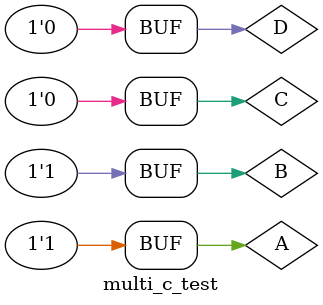
<source format=v>
`timescale 1ns / 1ps


module multi_c_test;

	// Inputs
	reg A;
	reg B;
	reg C;
	reg D;

	// Outputs
	wire F;

	// Instantiate the Unit Under Test (UUT)
	multi_compuerta uut (
		.A(A), 
		.B(B), 
		.C(C), 
		.D(D), 
		.F(F)
	);

	initial begin
		// Initialize Inputs
		A = 0;
		B = 0;
		C = 0;
		D = 0;

		// Wait 100 ns for global reset to finish
		#10;
		A = 1;
		#10;
		B = 1;
        
		// Add stimulus here

	end
      
endmodule


</source>
